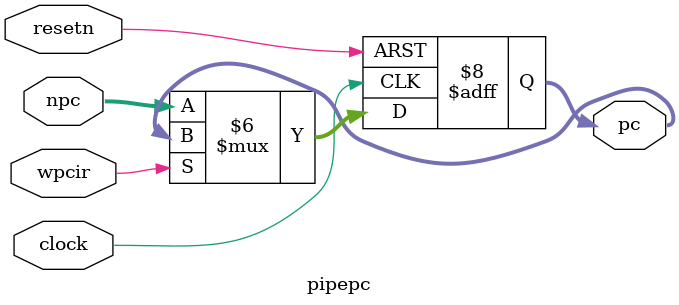
<source format=v>
module pipepc(npc, wpcir, clock, resetn, pc);
	input [31:0] npc;
	input wpcir, clock, resetn;
	output [31:0] pc;
	reg [31:0] pc;
	
	initial
		begin
			pc=0;
		end
	
	always @(negedge resetn or posedge clock)
		begin
			if (resetn==0)
			begin
				pc=-4;
			end
			else 
			begin
				if(!wpcir) pc=npc;
			end
		end

endmodule

</source>
